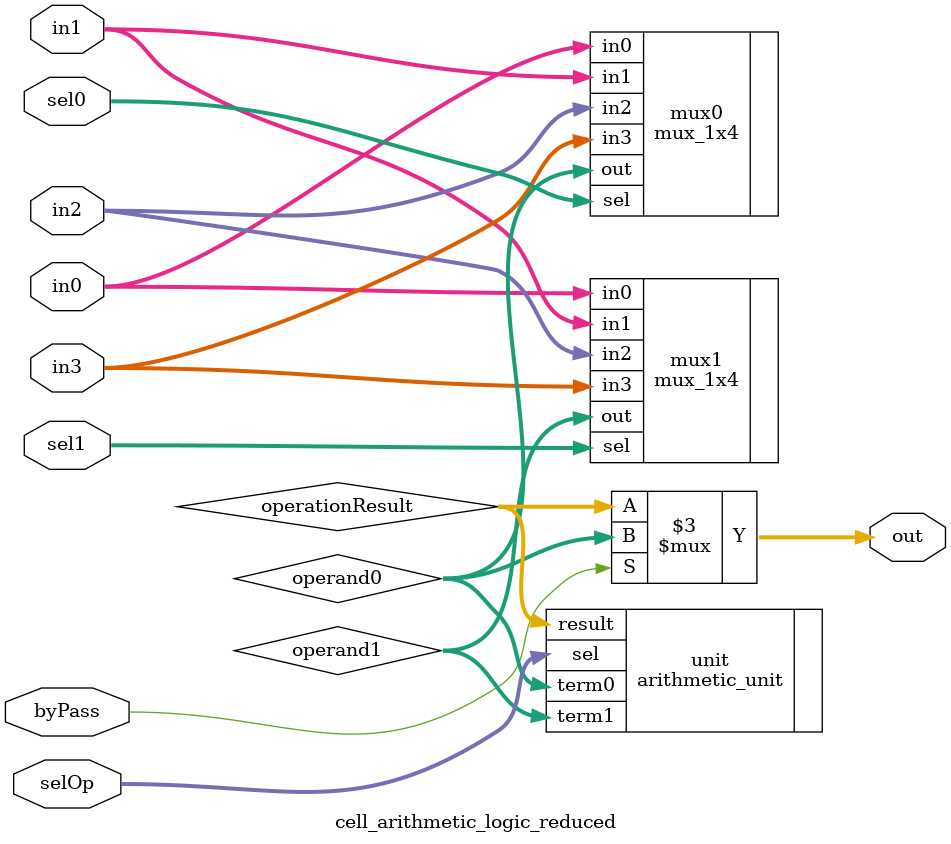
<source format=v>


module cell_arithmetic_logic_reduced(
	in0,	//I: inputs
	in1,
	in2,
	in3,
	byPass, //I: bypass signal - if set, the output will be the operand input given by the sel0 selection signal
	sel0,	//I: operands selections
	sel1,
	selOp,	//I: operation selection
	out		//O: result
);
	
	parameter WIDTH = 32;
	input [(WIDTH - 1) : 0] in0;
	input [(WIDTH - 1) : 0] in1;
	input [(WIDTH - 1) : 0] in2;
	input [(WIDTH - 1) : 0] in3;
	
	input [1:0] sel0;
	input [1:0] sel1;
	input [1:0] selOp;
	input byPass;
	
	output reg[(WIDTH - 1) : 0] out;
	
	wire [WIDTH - 1 : 0] operand0;
	wire [WIDTH - 1 : 0] operand1;
	
	wire [WIDTH - 1 : 0] operationResult;
	
	mux_1x4 #(WIDTH) mux0(.in0(in0), .in1(in1), .in2(in2), .in3(in3), .sel(sel0), .out(operand0));
	mux_1x4 #(WIDTH) mux1(.in0(in0), .in1(in1), .in2(in2), .in3(in3), .sel(sel1), .out(operand1));
	arithmetic_unit #(WIDTH) unit(.term0(operand0), .term1(operand1), .sel(selOp), .result(operationResult));

	always @*
		if (byPass)
			out = operand0;
		else
			out = operationResult;
	
endmodule
</source>
